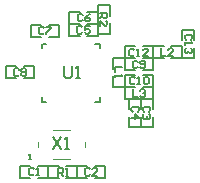
<source format=gto>
%FSLAX24Y24*%
%MOIN*%
G70*
G01*
G75*
G04 Layer_Color=65535*
%ADD10R,0.0300X0.0300*%
%ADD11O,0.0118X0.0354*%
%ADD12O,0.0354X0.0118*%
%ADD13R,0.0551X0.0453*%
%ADD14C,0.0300*%
%ADD15C,0.0080*%
%ADD16C,0.0060*%
%ADD17C,0.0070*%
%ADD18C,0.0100*%
%ADD19C,0.0110*%
%ADD20C,0.0200*%
%ADD21C,0.0360*%
%ADD22C,0.0050*%
%ADD23C,0.0043*%
D16*
X2149Y1897D02*
X2415Y1497D01*
Y1897D02*
X2149Y1497D01*
X2549D02*
X2682D01*
X2615D01*
Y1897D01*
X2549Y1830D01*
X2492Y4278D02*
Y3945D01*
X2558Y3878D01*
X2692D01*
X2758Y3945D01*
Y4278D01*
X2892Y3878D02*
X3025D01*
X2958D01*
Y4278D01*
X2892Y4211D01*
D22*
X4670Y2220D02*
X5070D01*
X4670Y3170D02*
X5070Y3170D01*
Y2570D02*
X5070Y2220D01*
X4670D02*
X4670Y2570D01*
X4670Y2820D02*
X4670Y3170D01*
X5070Y3170D02*
X5070Y2820D01*
X4520Y3570D02*
Y3970D01*
X5470Y3570D02*
Y3970D01*
X4520Y3570D02*
X4870Y3570D01*
X4520Y3970D02*
X4870D01*
X5120D02*
X5470D01*
X5120Y3570D02*
X5470Y3570D01*
X5470Y2820D02*
Y3170D01*
X5070Y2820D02*
Y3170D01*
Y2220D02*
Y2570D01*
X5470Y2570D02*
X5470Y2220D01*
X5070Y3170D02*
X5470D01*
X5070Y2220D02*
X5470Y2220D01*
X5120Y3170D02*
X5470D01*
X5120Y3570D02*
X5470Y3570D01*
X4520Y3570D02*
X4870Y3570D01*
X4520Y3170D02*
X4870Y3170D01*
X5470D02*
X5470Y3570D01*
X4520Y3170D02*
X4520Y3570D01*
X5470Y4920D02*
X5820D01*
X5470Y4520D02*
X5820D01*
X6070D02*
X6420D01*
X6070Y4920D02*
X6420D01*
X5470Y4520D02*
Y4920D01*
X6420Y4520D02*
Y4920D01*
X4520D02*
X4870D01*
X4520Y4520D02*
X4870D01*
X5120D02*
X5470D01*
X5120Y4920D02*
X5470D01*
X4520Y4520D02*
Y4920D01*
X5470Y4520D02*
Y4920D01*
X4520Y4520D02*
X4870D01*
X4520Y4120D02*
X4870Y4120D01*
X5120Y4120D02*
X5470Y4120D01*
X5120Y4520D02*
X5470Y4520D01*
X4520D02*
X4520Y4120D01*
X5470Y4120D02*
X5470Y4520D01*
X4520Y4170D02*
Y4520D01*
X4120Y4170D02*
Y4520D01*
Y3570D02*
Y3920D01*
X4520Y3570D02*
Y3920D01*
X4120Y4520D02*
X4520D01*
X4120Y3570D02*
X4520D01*
X6450Y4520D02*
Y4870D01*
X6850Y4520D02*
X6850Y4870D01*
X6850Y5120D02*
X6850Y5470D01*
X6450Y5120D02*
Y5470D01*
Y4520D02*
X6850D01*
X6450Y5470D02*
X6850D01*
X2669Y5667D02*
Y6067D01*
X3619Y5667D02*
Y6067D01*
X2669Y5667D02*
X3019D01*
X2669Y6067D02*
X3019D01*
X3269D02*
X3619D01*
X3269Y5667D02*
X3619D01*
X1810Y5010D02*
X1910D01*
X1760Y4860D02*
Y4960D01*
X1810Y5010D01*
X3690Y3070D02*
Y3220D01*
X3540Y3070D02*
X3690D01*
X3540Y5010D02*
X3690D01*
Y4860D02*
Y5010D01*
X1760Y3070D02*
X1910D01*
X1760D02*
Y3220D01*
X3269Y5267D02*
X3619D01*
X3269Y5667D02*
X3619D01*
X2669D02*
X3019D01*
X2669Y5267D02*
X3019D01*
X3619D02*
Y5667D01*
X2669Y5267D02*
Y5667D01*
X3620Y5340D02*
Y5690D01*
X4020Y5340D02*
Y5690D01*
Y5940D02*
Y6290D01*
X3620Y5940D02*
Y6290D01*
Y5340D02*
X4020D01*
X3620Y6290D02*
X4020D01*
X1980Y940D02*
X2330D01*
X1980Y540D02*
X2330D01*
X2580D02*
X2930D01*
X2580Y940D02*
X2930D01*
X1980Y540D02*
Y940D01*
X2930Y540D02*
Y940D01*
X1151Y3868D02*
X1501D01*
X1151Y4268D02*
X1501D01*
X551D02*
X901D01*
X551Y3868D02*
X901D01*
X1501D02*
Y4268D01*
X551Y3868D02*
Y4268D01*
X1988Y5248D02*
X2338D01*
X1988Y5648D02*
X2338D01*
X1388D02*
X1738D01*
X1388Y5248D02*
X1738D01*
X2338D02*
Y5648D01*
X1388Y5248D02*
Y5648D01*
X3530Y540D02*
X3880D01*
X3530Y940D02*
X3880D01*
X2930D02*
X3280D01*
X2930Y540D02*
X3280D01*
X3880D02*
Y940D01*
X2930Y540D02*
Y940D01*
X1630Y540D02*
X1980D01*
X1630Y940D02*
X1980D01*
X1030D02*
X1380D01*
X1030Y540D02*
X1380D01*
X1980D02*
Y940D01*
X1030Y540D02*
Y940D01*
X4953Y2748D02*
X4995Y2790D01*
Y2873D01*
X4953Y2915D01*
X4786D01*
X4745Y2873D01*
Y2790D01*
X4786Y2748D01*
X4745Y2540D02*
X4995D01*
X4870Y2665D01*
Y2498D01*
X4862Y3863D02*
X4820Y3905D01*
X4737D01*
X4695Y3863D01*
Y3696D01*
X4737Y3655D01*
X4820D01*
X4862Y3696D01*
X4945Y3655D02*
X5028D01*
X4987D01*
Y3905D01*
X4945Y3863D01*
X5153D02*
X5195Y3905D01*
X5278D01*
X5320Y3863D01*
Y3696D01*
X5278Y3655D01*
X5195D01*
X5153Y3696D01*
Y3863D01*
X5340Y2750D02*
X5380Y2790D01*
Y2870D01*
X5340Y2910D01*
X5180D01*
X5140Y2870D01*
Y2790D01*
X5180Y2750D01*
X5340Y2670D02*
X5380Y2630D01*
Y2550D01*
X5340Y2510D01*
X5300D01*
X5260Y2550D01*
Y2590D01*
Y2550D01*
X5220Y2510D01*
X5180D01*
X5140Y2550D01*
Y2630D01*
X5180Y2670D01*
X4790Y3490D02*
Y3240D01*
X4957D01*
X5040Y3448D02*
X5082Y3490D01*
X5165D01*
X5207Y3448D01*
Y3407D01*
X5165Y3365D01*
X5123D01*
X5165D01*
X5207Y3323D01*
Y3282D01*
X5165Y3240D01*
X5082D01*
X5040Y3282D01*
X5730Y4860D02*
Y4610D01*
X5897D01*
X6147D02*
X5980D01*
X6147Y4777D01*
Y4818D01*
X6105Y4860D01*
X6022D01*
X5980Y4818D01*
X4847Y4808D02*
X4805Y4850D01*
X4722D01*
X4680Y4808D01*
Y4642D01*
X4722Y4600D01*
X4805D01*
X4847Y4642D01*
X4930Y4600D02*
X5013D01*
X4972D01*
Y4850D01*
X4930Y4808D01*
X5305Y4600D02*
X5138D01*
X5305Y4767D01*
Y4808D01*
X5263Y4850D01*
X5180D01*
X5138Y4808D01*
X4957Y4408D02*
X4915Y4450D01*
X4832D01*
X4790Y4408D01*
Y4242D01*
X4832Y4200D01*
X4915D01*
X4957Y4242D01*
X5040D02*
X5082Y4200D01*
X5165D01*
X5207Y4242D01*
Y4408D01*
X5165Y4450D01*
X5082D01*
X5040Y4408D01*
Y4367D01*
X5082Y4325D01*
X5207D01*
X4450Y4230D02*
X4200D01*
Y4063D01*
Y3980D02*
Y3897D01*
Y3938D01*
X4450D01*
X4408Y3980D01*
X6733Y5148D02*
X6775Y5190D01*
Y5273D01*
X6733Y5315D01*
X6566D01*
X6525Y5273D01*
Y5190D01*
X6566Y5148D01*
X6525Y5065D02*
Y4982D01*
Y5023D01*
X6775D01*
X6733Y5065D01*
Y4857D02*
X6775Y4815D01*
Y4732D01*
X6733Y4690D01*
X6691D01*
X6650Y4732D01*
Y4774D01*
Y4732D01*
X6608Y4690D01*
X6566D01*
X6525Y4732D01*
Y4815D01*
X6566Y4857D01*
X1497Y828D02*
X1455Y870D01*
X1372D01*
X1330Y828D01*
Y662D01*
X1372Y620D01*
X1455D01*
X1497Y662D01*
X1580Y620D02*
X1663D01*
X1622D01*
Y870D01*
X1580Y828D01*
X2315Y615D02*
Y865D01*
X2440D01*
X2482Y823D01*
Y740D01*
X2440Y698D01*
X2315D01*
X2398D02*
X2482Y615D01*
X2565D02*
X2648D01*
X2607D01*
Y865D01*
X2565Y823D01*
X3362D02*
X3320Y865D01*
X3237D01*
X3195Y823D01*
Y656D01*
X3237Y615D01*
X3320D01*
X3362Y656D01*
X3612Y615D02*
X3445D01*
X3612Y781D01*
Y823D01*
X3570Y865D01*
X3487D01*
X3445Y823D01*
X3695Y6031D02*
X3945D01*
Y5906D01*
X3903Y5865D01*
X3820D01*
X3778Y5906D01*
Y6031D01*
Y5948D02*
X3695Y5865D01*
Y5615D02*
Y5781D01*
X3861Y5615D01*
X3903D01*
X3945Y5656D01*
Y5740D01*
X3903Y5781D01*
X3101Y5556D02*
X3059Y5598D01*
X2976D01*
X2934Y5556D01*
Y5390D01*
X2976Y5348D01*
X3059D01*
X3101Y5390D01*
X3351Y5598D02*
X3184D01*
Y5473D01*
X3267Y5514D01*
X3309D01*
X3351Y5473D01*
Y5390D01*
X3309Y5348D01*
X3226D01*
X3184Y5390D01*
X3121Y5963D02*
X3079Y6005D01*
X2996D01*
X2954Y5963D01*
Y5796D01*
X2996Y5755D01*
X3079D01*
X3121Y5796D01*
X3371Y6005D02*
X3287Y5963D01*
X3204Y5880D01*
Y5796D01*
X3246Y5755D01*
X3329D01*
X3371Y5796D01*
Y5838D01*
X3329Y5880D01*
X3204D01*
X1829Y5531D02*
X1788Y5573D01*
X1705D01*
X1663Y5531D01*
Y5364D01*
X1705Y5323D01*
X1788D01*
X1829Y5364D01*
X1913Y5573D02*
X2079D01*
Y5531D01*
X1913Y5364D01*
Y5323D01*
X993Y4151D02*
X951Y4193D01*
X868D01*
X826Y4151D01*
Y3984D01*
X868Y3943D01*
X951D01*
X993Y3984D01*
X1076Y4151D02*
X1118Y4193D01*
X1201D01*
X1243Y4151D01*
Y4109D01*
X1201Y4068D01*
X1243Y4026D01*
Y3984D01*
X1201Y3943D01*
X1118D01*
X1076Y3984D01*
Y4026D01*
X1118Y4068D01*
X1076Y4109D01*
Y4151D01*
X1118Y4068D02*
X1201D01*
X1349Y1179D02*
X1399D01*
X1374D01*
Y1329D01*
X1349Y1304D01*
D23*
X2129Y2151D02*
X2716D01*
X3200Y1580D02*
Y1726D01*
X2125Y1171D02*
X2716D01*
X1633Y1584D02*
Y1722D01*
M02*

</source>
